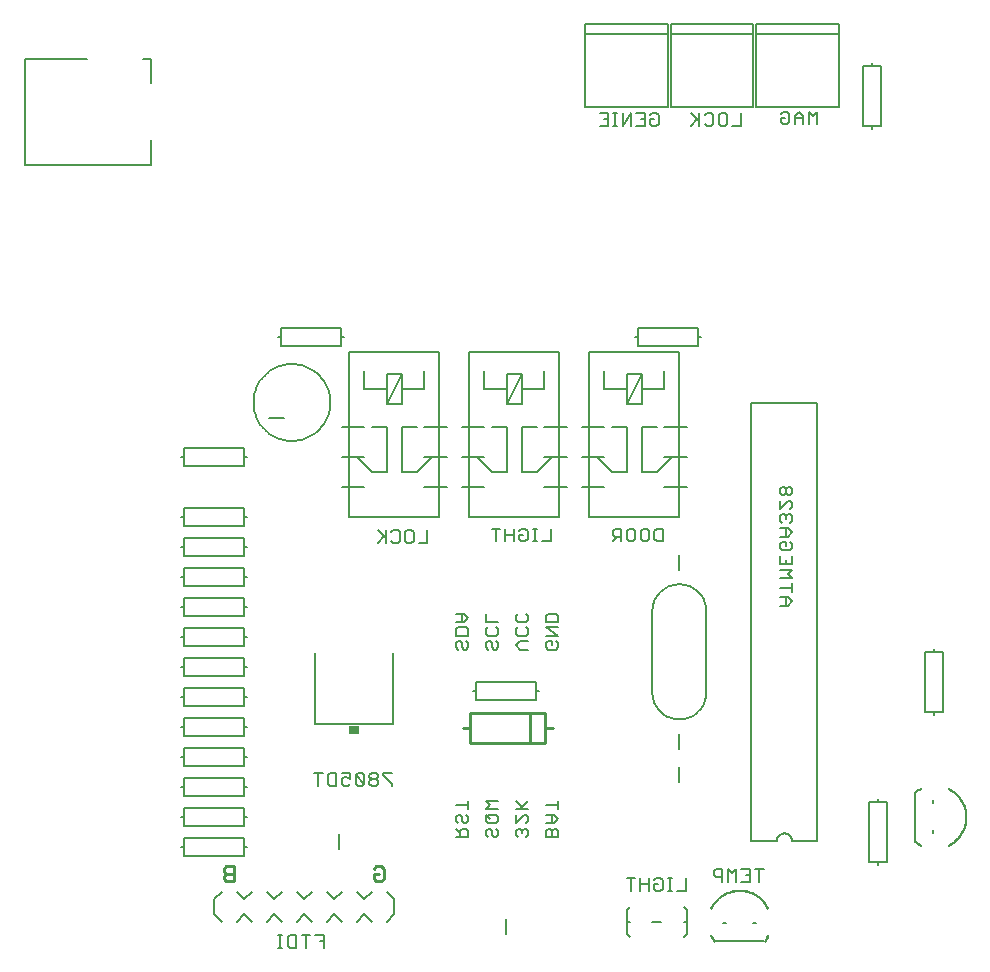
<source format=gbo>
G75*
G70*
%OFA0B0*%
%FSLAX24Y24*%
%IPPOS*%
%LPD*%
%AMOC8*
5,1,8,0,0,1.08239X$1,22.5*
%
%ADD10C,0.0080*%
%ADD11C,0.0060*%
%ADD12C,0.0090*%
%ADD13C,0.0050*%
%ADD14C,0.0010*%
%ADD15R,0.0340X0.0300*%
%ADD16C,0.0100*%
D10*
X007006Y004859D02*
X007006Y005159D01*
X006906Y005159D01*
X007006Y005159D02*
X007006Y005459D01*
X009006Y005459D01*
X009006Y005159D01*
X009106Y005159D01*
X009006Y005159D02*
X009006Y004859D01*
X007006Y004859D01*
X007006Y005859D02*
X009006Y005859D01*
X009006Y006159D01*
X009106Y006159D01*
X009006Y006159D02*
X009006Y006459D01*
X007006Y006459D01*
X007006Y006159D01*
X006906Y006159D01*
X007006Y006159D02*
X007006Y005859D01*
X007006Y006859D02*
X009006Y006859D01*
X009006Y007159D01*
X009106Y007159D01*
X009006Y007159D02*
X009006Y007459D01*
X007006Y007459D01*
X007006Y007159D01*
X006906Y007159D01*
X007006Y007159D02*
X007006Y006859D01*
X007006Y007859D02*
X009006Y007859D01*
X009006Y008159D01*
X009106Y008159D01*
X009006Y008159D02*
X009006Y008459D01*
X007006Y008459D01*
X007006Y008159D01*
X006906Y008159D01*
X007006Y008159D02*
X007006Y007859D01*
X007006Y008859D02*
X009006Y008859D01*
X009006Y009159D01*
X009106Y009159D01*
X009006Y009159D02*
X009006Y009459D01*
X007006Y009459D01*
X007006Y009159D01*
X006906Y009159D01*
X007006Y009159D02*
X007006Y008859D01*
X007006Y009859D02*
X009006Y009859D01*
X009006Y010159D01*
X009106Y010159D01*
X009006Y010159D02*
X009006Y010459D01*
X007006Y010459D01*
X007006Y010159D01*
X006906Y010159D01*
X007006Y010159D02*
X007006Y009859D01*
X007006Y010859D02*
X009006Y010859D01*
X009006Y011159D01*
X009106Y011159D01*
X009006Y011159D02*
X009006Y011459D01*
X007006Y011459D01*
X007006Y011159D01*
X006906Y011159D01*
X007006Y011159D02*
X007006Y010859D01*
X007006Y011859D02*
X009006Y011859D01*
X009006Y012159D01*
X009106Y012159D01*
X009006Y012159D02*
X009006Y012459D01*
X007006Y012459D01*
X007006Y012159D01*
X006906Y012159D01*
X007006Y012159D02*
X007006Y011859D01*
X007006Y012859D02*
X009006Y012859D01*
X009006Y013159D01*
X009106Y013159D01*
X009006Y013159D02*
X009006Y013459D01*
X007006Y013459D01*
X007006Y013159D01*
X006906Y013159D01*
X007006Y013159D02*
X007006Y012859D01*
X007006Y013859D02*
X009006Y013859D01*
X009006Y014159D01*
X009106Y014159D01*
X009006Y014159D02*
X009006Y014459D01*
X007006Y014459D01*
X007006Y014159D01*
X006906Y014159D01*
X007006Y014159D02*
X007006Y013859D01*
X007006Y014859D02*
X009006Y014859D01*
X009006Y015159D01*
X009106Y015159D01*
X009006Y015159D02*
X009006Y015459D01*
X007006Y015459D01*
X007006Y015159D01*
X006906Y015159D01*
X007006Y015159D02*
X007006Y014859D01*
X007006Y015859D02*
X009006Y015859D01*
X009006Y016159D01*
X009106Y016159D01*
X009006Y016159D02*
X009006Y016459D01*
X007006Y016459D01*
X007006Y016159D01*
X006906Y016159D01*
X007006Y016159D02*
X007006Y015859D01*
X007006Y017859D02*
X009006Y017859D01*
X009006Y018159D01*
X009106Y018159D01*
X009006Y018159D02*
X009006Y018459D01*
X007006Y018459D01*
X007006Y018159D01*
X006906Y018159D01*
X007006Y018159D02*
X007006Y017859D01*
X009842Y019470D02*
X010342Y019470D01*
X009312Y019970D02*
X009314Y020041D01*
X009320Y020112D01*
X009330Y020183D01*
X009344Y020252D01*
X009361Y020321D01*
X009383Y020389D01*
X009408Y020456D01*
X009437Y020521D01*
X009469Y020584D01*
X009505Y020646D01*
X009544Y020705D01*
X009587Y020762D01*
X009632Y020817D01*
X009681Y020869D01*
X009732Y020918D01*
X009786Y020964D01*
X009843Y021008D01*
X009901Y021048D01*
X009962Y021084D01*
X010025Y021118D01*
X010090Y021147D01*
X010156Y021173D01*
X010224Y021196D01*
X010292Y021214D01*
X010362Y021229D01*
X010432Y021240D01*
X010503Y021247D01*
X010574Y021250D01*
X010645Y021249D01*
X010716Y021244D01*
X010787Y021235D01*
X010857Y021222D01*
X010926Y021206D01*
X010994Y021185D01*
X011061Y021161D01*
X011127Y021133D01*
X011190Y021101D01*
X011252Y021066D01*
X011312Y021028D01*
X011370Y020986D01*
X011425Y020942D01*
X011478Y020894D01*
X011528Y020843D01*
X011575Y020790D01*
X011619Y020734D01*
X011660Y020676D01*
X011698Y020615D01*
X011732Y020553D01*
X011762Y020488D01*
X011789Y020423D01*
X011813Y020355D01*
X011832Y020287D01*
X011848Y020218D01*
X011860Y020147D01*
X011868Y020077D01*
X011872Y020006D01*
X011872Y019934D01*
X011868Y019863D01*
X011860Y019793D01*
X011848Y019722D01*
X011832Y019653D01*
X011813Y019585D01*
X011789Y019517D01*
X011762Y019452D01*
X011732Y019387D01*
X011698Y019325D01*
X011660Y019264D01*
X011619Y019206D01*
X011575Y019150D01*
X011528Y019097D01*
X011478Y019046D01*
X011425Y018998D01*
X011370Y018954D01*
X011312Y018912D01*
X011252Y018874D01*
X011190Y018839D01*
X011127Y018807D01*
X011061Y018779D01*
X010994Y018755D01*
X010926Y018734D01*
X010857Y018718D01*
X010787Y018705D01*
X010716Y018696D01*
X010645Y018691D01*
X010574Y018690D01*
X010503Y018693D01*
X010432Y018700D01*
X010362Y018711D01*
X010292Y018726D01*
X010224Y018744D01*
X010156Y018767D01*
X010090Y018793D01*
X010025Y018822D01*
X009962Y018856D01*
X009901Y018892D01*
X009843Y018932D01*
X009786Y018976D01*
X009732Y019022D01*
X009681Y019071D01*
X009632Y019123D01*
X009587Y019178D01*
X009544Y019235D01*
X009505Y019294D01*
X009469Y019356D01*
X009437Y019419D01*
X009408Y019484D01*
X009383Y019551D01*
X009361Y019619D01*
X009344Y019688D01*
X009330Y019757D01*
X009320Y019828D01*
X009314Y019899D01*
X009312Y019970D01*
X010218Y021859D02*
X010218Y022159D01*
X010118Y022159D01*
X010218Y022159D02*
X010218Y022459D01*
X012218Y022459D01*
X012218Y022159D01*
X012318Y022159D01*
X012218Y022159D02*
X012218Y021859D01*
X010218Y021859D01*
X005899Y027887D02*
X005899Y028714D01*
X005899Y027887D02*
X001687Y027887D01*
X001687Y031431D01*
X003773Y031431D01*
X005624Y031431D02*
X005899Y031431D01*
X005899Y030604D01*
X020367Y029820D02*
X020367Y032261D01*
X023123Y032261D01*
X023123Y032576D01*
X020367Y032576D01*
X020367Y032261D01*
X023123Y032261D02*
X023123Y029820D01*
X020367Y029820D01*
X020846Y029619D02*
X021126Y029619D01*
X021126Y029199D01*
X020846Y029199D01*
X020986Y029409D02*
X021126Y029409D01*
X021293Y029199D02*
X021433Y029199D01*
X021363Y029199D02*
X021363Y029619D01*
X021433Y029619D02*
X021293Y029619D01*
X021613Y029619D02*
X021613Y029199D01*
X021893Y029619D01*
X021893Y029199D01*
X022074Y029199D02*
X022354Y029199D01*
X022354Y029619D01*
X022074Y029619D01*
X022214Y029409D02*
X022354Y029409D01*
X022534Y029409D02*
X022674Y029409D01*
X022534Y029409D02*
X022534Y029269D01*
X022604Y029199D01*
X022744Y029199D01*
X022814Y029269D01*
X022814Y029549D01*
X022744Y029619D01*
X022604Y029619D01*
X022534Y029549D01*
X023217Y029820D02*
X023217Y032261D01*
X025973Y032261D01*
X025973Y032576D01*
X023217Y032576D01*
X023217Y032261D01*
X025973Y032261D02*
X025973Y029820D01*
X023217Y029820D01*
X023896Y029619D02*
X024176Y029339D01*
X024106Y029409D02*
X023896Y029199D01*
X024176Y029199D02*
X024176Y029619D01*
X024356Y029549D02*
X024426Y029619D01*
X024566Y029619D01*
X024636Y029549D01*
X024636Y029269D01*
X024566Y029199D01*
X024426Y029199D01*
X024356Y029269D01*
X024817Y029269D02*
X024817Y029549D01*
X024887Y029619D01*
X025027Y029619D01*
X025097Y029549D01*
X025097Y029269D01*
X025027Y029199D01*
X024887Y029199D01*
X024817Y029269D01*
X025277Y029199D02*
X025557Y029199D01*
X025557Y029619D01*
X026067Y029820D02*
X026067Y032261D01*
X028823Y032261D01*
X028823Y032576D01*
X026067Y032576D01*
X026067Y032261D01*
X028823Y032261D02*
X028823Y029820D01*
X026067Y029820D01*
X026896Y029599D02*
X026966Y029669D01*
X027106Y029669D01*
X027176Y029599D01*
X027176Y029319D01*
X027106Y029249D01*
X026966Y029249D01*
X026896Y029319D01*
X026896Y029459D01*
X027036Y029459D01*
X027356Y029459D02*
X027636Y029459D01*
X027636Y029529D02*
X027496Y029669D01*
X027356Y029529D01*
X027356Y029249D01*
X027636Y029249D02*
X027636Y029529D01*
X027817Y029669D02*
X027817Y029249D01*
X028097Y029249D02*
X028097Y029669D01*
X027957Y029529D01*
X027817Y029669D01*
X029631Y029202D02*
X029931Y029202D01*
X029931Y029102D01*
X029931Y029202D02*
X030231Y029202D01*
X030231Y031202D01*
X029931Y031202D01*
X029931Y031302D01*
X029931Y031202D02*
X029631Y031202D01*
X029631Y029202D01*
X024143Y022459D02*
X022143Y022459D01*
X022143Y022159D01*
X022043Y022159D01*
X022143Y022159D02*
X022143Y021859D01*
X024143Y021859D01*
X024143Y022159D01*
X024243Y022159D01*
X024143Y022159D02*
X024143Y022459D01*
X026916Y017162D02*
X026846Y017092D01*
X026846Y016952D01*
X026916Y016882D01*
X026986Y016882D01*
X027056Y016952D01*
X027056Y017092D01*
X026986Y017162D01*
X026916Y017162D01*
X027056Y017092D02*
X027126Y017162D01*
X027196Y017162D01*
X027266Y017092D01*
X027266Y016952D01*
X027196Y016882D01*
X027126Y016882D01*
X027056Y016952D01*
X027126Y016702D02*
X026846Y016422D01*
X026846Y016702D01*
X027126Y016702D02*
X027196Y016702D01*
X027266Y016632D01*
X027266Y016492D01*
X027196Y016422D01*
X027196Y016241D02*
X027126Y016241D01*
X027056Y016171D01*
X026986Y016241D01*
X026916Y016241D01*
X026846Y016171D01*
X026846Y016031D01*
X026916Y015961D01*
X026846Y015781D02*
X027126Y015781D01*
X027266Y015641D01*
X027126Y015501D01*
X026846Y015501D01*
X026916Y015321D02*
X027056Y015321D01*
X027056Y015181D01*
X027196Y015321D02*
X027266Y015251D01*
X027266Y015111D01*
X027196Y015040D01*
X026916Y015040D01*
X026846Y015111D01*
X026846Y015251D01*
X026916Y015321D01*
X027056Y015501D02*
X027056Y015781D01*
X027196Y015961D02*
X027266Y016031D01*
X027266Y016171D01*
X027196Y016241D01*
X027056Y016171D02*
X027056Y016101D01*
X027266Y014860D02*
X027266Y014580D01*
X026846Y014580D01*
X026846Y014860D01*
X027056Y014720D02*
X027056Y014580D01*
X027266Y014400D02*
X026846Y014400D01*
X026846Y014120D02*
X027266Y014120D01*
X027126Y014260D01*
X027266Y014400D01*
X027266Y013940D02*
X027266Y013659D01*
X027266Y013800D02*
X026846Y013800D01*
X026846Y013479D02*
X027126Y013479D01*
X027266Y013339D01*
X027126Y013199D01*
X026846Y013199D01*
X027056Y013199D02*
X027056Y013479D01*
X024406Y013009D02*
X024406Y010309D01*
X024404Y010250D01*
X024398Y010192D01*
X024389Y010133D01*
X024375Y010076D01*
X024358Y010020D01*
X024337Y009965D01*
X024313Y009911D01*
X024285Y009859D01*
X024254Y009809D01*
X024220Y009761D01*
X024183Y009716D01*
X024142Y009673D01*
X024099Y009632D01*
X024054Y009595D01*
X024006Y009561D01*
X023956Y009530D01*
X023904Y009502D01*
X023850Y009478D01*
X023795Y009457D01*
X023739Y009440D01*
X023682Y009426D01*
X023623Y009417D01*
X023565Y009411D01*
X023506Y009409D01*
X023447Y009411D01*
X023389Y009417D01*
X023330Y009426D01*
X023273Y009440D01*
X023217Y009457D01*
X023162Y009478D01*
X023108Y009502D01*
X023056Y009530D01*
X023006Y009561D01*
X022958Y009595D01*
X022913Y009632D01*
X022870Y009673D01*
X022829Y009716D01*
X022792Y009761D01*
X022758Y009809D01*
X022727Y009859D01*
X022699Y009911D01*
X022675Y009965D01*
X022654Y010020D01*
X022637Y010076D01*
X022623Y010133D01*
X022614Y010192D01*
X022608Y010250D01*
X022606Y010309D01*
X022606Y013009D01*
X022608Y013068D01*
X022614Y013126D01*
X022623Y013185D01*
X022637Y013242D01*
X022654Y013298D01*
X022675Y013353D01*
X022699Y013407D01*
X022727Y013459D01*
X022758Y013509D01*
X022792Y013557D01*
X022829Y013602D01*
X022870Y013645D01*
X022913Y013686D01*
X022958Y013723D01*
X023006Y013757D01*
X023056Y013788D01*
X023108Y013816D01*
X023162Y013840D01*
X023217Y013861D01*
X023273Y013878D01*
X023330Y013892D01*
X023389Y013901D01*
X023447Y013907D01*
X023506Y013909D01*
X023565Y013907D01*
X023623Y013901D01*
X023682Y013892D01*
X023739Y013878D01*
X023795Y013861D01*
X023850Y013840D01*
X023904Y013816D01*
X023956Y013788D01*
X024006Y013757D01*
X024054Y013723D01*
X024099Y013686D01*
X024142Y013645D01*
X024183Y013602D01*
X024220Y013557D01*
X024254Y013509D01*
X024285Y013459D01*
X024313Y013407D01*
X024337Y013353D01*
X024358Y013298D01*
X024375Y013242D01*
X024389Y013185D01*
X024398Y013126D01*
X024404Y013068D01*
X024406Y013009D01*
X023506Y014381D02*
X023506Y014881D01*
X022957Y015349D02*
X022747Y015349D01*
X022677Y015419D01*
X022677Y015699D01*
X022747Y015769D01*
X022957Y015769D01*
X022957Y015349D01*
X022497Y015419D02*
X022427Y015349D01*
X022287Y015349D01*
X022217Y015419D01*
X022217Y015699D01*
X022287Y015769D01*
X022427Y015769D01*
X022497Y015699D01*
X022497Y015419D01*
X022036Y015419D02*
X021966Y015349D01*
X021826Y015349D01*
X021756Y015419D01*
X021756Y015699D01*
X021826Y015769D01*
X021966Y015769D01*
X022036Y015699D01*
X022036Y015419D01*
X021576Y015349D02*
X021576Y015769D01*
X021366Y015769D01*
X021296Y015699D01*
X021296Y015559D01*
X021366Y015489D01*
X021576Y015489D01*
X021436Y015489D02*
X021296Y015349D01*
X019214Y015349D02*
X018934Y015349D01*
X018754Y015349D02*
X018614Y015349D01*
X018684Y015349D02*
X018684Y015769D01*
X018754Y015769D02*
X018614Y015769D01*
X018447Y015699D02*
X018377Y015769D01*
X018237Y015769D01*
X018167Y015699D01*
X018167Y015559D02*
X018307Y015559D01*
X018167Y015559D02*
X018167Y015419D01*
X018237Y015349D01*
X018377Y015349D01*
X018447Y015419D01*
X018447Y015699D01*
X017987Y015769D02*
X017987Y015349D01*
X017987Y015559D02*
X017706Y015559D01*
X017706Y015769D02*
X017706Y015349D01*
X017386Y015349D02*
X017386Y015769D01*
X017526Y015769D02*
X017246Y015769D01*
X015107Y015719D02*
X015107Y015299D01*
X014827Y015299D01*
X014647Y015369D02*
X014577Y015299D01*
X014437Y015299D01*
X014367Y015369D01*
X014367Y015649D01*
X014437Y015719D01*
X014577Y015719D01*
X014647Y015649D01*
X014647Y015369D01*
X014186Y015369D02*
X014186Y015649D01*
X014116Y015719D01*
X013976Y015719D01*
X013906Y015649D01*
X013726Y015719D02*
X013726Y015299D01*
X013726Y015439D02*
X013446Y015719D01*
X013656Y015509D02*
X013446Y015299D01*
X013906Y015369D02*
X013976Y015299D01*
X014116Y015299D01*
X014186Y015369D01*
X016046Y012937D02*
X016326Y012937D01*
X016466Y012797D01*
X016326Y012657D01*
X016046Y012657D01*
X016116Y012477D02*
X016396Y012477D01*
X016466Y012407D01*
X016466Y012197D01*
X016046Y012197D01*
X016046Y012407D01*
X016116Y012477D01*
X016256Y012657D02*
X016256Y012937D01*
X017046Y012937D02*
X017046Y012657D01*
X017466Y012657D01*
X017396Y012477D02*
X017466Y012407D01*
X017466Y012267D01*
X017396Y012197D01*
X017116Y012197D01*
X017046Y012267D01*
X017046Y012407D01*
X017116Y012477D01*
X017116Y012017D02*
X017046Y011947D01*
X017046Y011806D01*
X017116Y011736D01*
X017256Y011806D02*
X017256Y011947D01*
X017186Y012017D01*
X017116Y012017D01*
X017256Y011806D02*
X017326Y011736D01*
X017396Y011736D01*
X017466Y011806D01*
X017466Y011947D01*
X017396Y012017D01*
X018046Y011877D02*
X018186Y012017D01*
X018466Y012017D01*
X018396Y012197D02*
X018116Y012197D01*
X018046Y012267D01*
X018046Y012407D01*
X018116Y012477D01*
X018116Y012657D02*
X018046Y012727D01*
X018046Y012867D01*
X018116Y012937D01*
X018116Y012657D02*
X018396Y012657D01*
X018466Y012727D01*
X018466Y012867D01*
X018396Y012937D01*
X018396Y012477D02*
X018466Y012407D01*
X018466Y012267D01*
X018396Y012197D01*
X018466Y011736D02*
X018186Y011736D01*
X018046Y011877D01*
X019046Y011947D02*
X019116Y012017D01*
X019256Y012017D01*
X019256Y011877D01*
X019396Y012017D02*
X019466Y011947D01*
X019466Y011806D01*
X019396Y011736D01*
X019116Y011736D01*
X019046Y011806D01*
X019046Y011947D01*
X019046Y012197D02*
X019466Y012197D01*
X019046Y012477D01*
X019466Y012477D01*
X019466Y012657D02*
X019466Y012867D01*
X019396Y012937D01*
X019116Y012937D01*
X019046Y012867D01*
X019046Y012657D01*
X019466Y012657D01*
X018743Y010663D02*
X016743Y010663D01*
X016743Y010363D01*
X016643Y010363D01*
X016743Y010363D02*
X016743Y010063D01*
X018743Y010063D01*
X018743Y010363D01*
X018843Y010363D01*
X018743Y010363D02*
X018743Y010663D01*
X016466Y011806D02*
X016396Y011736D01*
X016326Y011736D01*
X016256Y011806D01*
X016256Y011947D01*
X016186Y012017D01*
X016116Y012017D01*
X016046Y011947D01*
X016046Y011806D01*
X016116Y011736D01*
X016466Y011806D02*
X016466Y011947D01*
X016396Y012017D01*
X013946Y011619D02*
X013946Y009259D01*
X011366Y009259D01*
X011366Y011619D01*
X011334Y007619D02*
X011614Y007619D01*
X011474Y007619D02*
X011474Y007199D01*
X011794Y007269D02*
X011794Y007549D01*
X011864Y007619D01*
X012074Y007619D01*
X012074Y007199D01*
X011864Y007199D01*
X011794Y007269D01*
X012254Y007269D02*
X012254Y007409D01*
X012324Y007479D01*
X012394Y007479D01*
X012535Y007409D01*
X012535Y007619D01*
X012254Y007619D01*
X012254Y007269D02*
X012324Y007199D01*
X012465Y007199D01*
X012535Y007269D01*
X012715Y007269D02*
X012785Y007199D01*
X012925Y007199D01*
X012995Y007269D01*
X012715Y007549D01*
X012715Y007269D01*
X012995Y007269D02*
X012995Y007549D01*
X012925Y007619D01*
X012785Y007619D01*
X012715Y007549D01*
X013175Y007549D02*
X013175Y007479D01*
X013245Y007409D01*
X013385Y007409D01*
X013455Y007479D01*
X013455Y007549D01*
X013385Y007619D01*
X013245Y007619D01*
X013175Y007549D01*
X013245Y007409D02*
X013175Y007339D01*
X013175Y007269D01*
X013245Y007199D01*
X013385Y007199D01*
X013455Y007269D01*
X013455Y007339D01*
X013385Y007409D01*
X013635Y007549D02*
X013916Y007269D01*
X013916Y007199D01*
X013916Y007619D02*
X013635Y007619D01*
X013635Y007549D01*
X012177Y005594D02*
X012177Y005094D01*
X012256Y003659D02*
X012006Y003409D01*
X011756Y003659D01*
X011256Y003659D02*
X011006Y003409D01*
X010756Y003659D01*
X010256Y003659D02*
X010006Y003409D01*
X009756Y003659D01*
X009256Y003659D02*
X009006Y003409D01*
X008756Y003659D01*
X008256Y003659D02*
X008006Y003409D01*
X008006Y002909D01*
X008256Y002659D01*
X008756Y002659D02*
X009006Y002909D01*
X009256Y002659D01*
X009756Y002659D02*
X010006Y002909D01*
X010256Y002659D01*
X010273Y002219D02*
X010133Y002219D01*
X010203Y002219D02*
X010203Y001799D01*
X010273Y001799D02*
X010133Y001799D01*
X010453Y001869D02*
X010453Y002149D01*
X010523Y002219D01*
X010733Y002219D01*
X010733Y001799D01*
X010523Y001799D01*
X010453Y001869D01*
X010913Y002219D02*
X011193Y002219D01*
X011053Y002219D02*
X011053Y001799D01*
X011514Y002009D02*
X011654Y002009D01*
X011654Y001799D02*
X011654Y002219D01*
X011374Y002219D01*
X011256Y002659D02*
X011006Y002909D01*
X010756Y002659D01*
X011756Y002659D02*
X012006Y002909D01*
X012256Y002659D01*
X012756Y002659D02*
X013006Y002909D01*
X013256Y002659D01*
X013756Y002659D02*
X014006Y002909D01*
X014006Y003409D01*
X013756Y003659D01*
X013256Y003659D02*
X013006Y003409D01*
X012756Y003659D01*
X016046Y005486D02*
X016466Y005486D01*
X016466Y005697D01*
X016396Y005767D01*
X016256Y005767D01*
X016186Y005697D01*
X016186Y005486D01*
X016186Y005627D02*
X016046Y005767D01*
X016116Y005947D02*
X016046Y006017D01*
X016046Y006157D01*
X016116Y006227D01*
X016186Y006227D01*
X016256Y006157D01*
X016256Y006017D01*
X016326Y005947D01*
X016396Y005947D01*
X016466Y006017D01*
X016466Y006157D01*
X016396Y006227D01*
X016466Y006407D02*
X016466Y006687D01*
X016466Y006547D02*
X016046Y006547D01*
X017046Y006407D02*
X017186Y006547D01*
X017046Y006687D01*
X017466Y006687D01*
X017466Y006407D02*
X017046Y006407D01*
X017046Y006227D02*
X017186Y006087D01*
X017116Y006227D02*
X017046Y006157D01*
X017046Y006017D01*
X017116Y005947D01*
X017396Y005947D01*
X017466Y006017D01*
X017466Y006157D01*
X017396Y006227D01*
X017116Y006227D01*
X017116Y005767D02*
X017046Y005697D01*
X017046Y005556D01*
X017116Y005486D01*
X017256Y005556D02*
X017256Y005697D01*
X017186Y005767D01*
X017116Y005767D01*
X017256Y005556D02*
X017326Y005486D01*
X017396Y005486D01*
X017466Y005556D01*
X017466Y005697D01*
X017396Y005767D01*
X018046Y005697D02*
X018046Y005556D01*
X018116Y005486D01*
X018256Y005627D02*
X018256Y005697D01*
X018186Y005767D01*
X018116Y005767D01*
X018046Y005697D01*
X018256Y005697D02*
X018326Y005767D01*
X018396Y005767D01*
X018466Y005697D01*
X018466Y005556D01*
X018396Y005486D01*
X018396Y005947D02*
X018466Y006017D01*
X018466Y006157D01*
X018396Y006227D01*
X018326Y006227D01*
X018046Y005947D01*
X018046Y006227D01*
X018046Y006407D02*
X018466Y006407D01*
X018256Y006477D02*
X018046Y006687D01*
X018186Y006407D02*
X018466Y006687D01*
X019046Y006547D02*
X019466Y006547D01*
X019466Y006407D02*
X019466Y006687D01*
X019326Y006227D02*
X019046Y006227D01*
X019256Y006227D02*
X019256Y005947D01*
X019326Y005947D02*
X019466Y006087D01*
X019326Y006227D01*
X019326Y005947D02*
X019046Y005947D01*
X019116Y005767D02*
X019046Y005697D01*
X019046Y005486D01*
X019466Y005486D01*
X019466Y005697D01*
X019396Y005767D01*
X019326Y005767D01*
X019256Y005697D01*
X019256Y005486D01*
X019256Y005697D02*
X019186Y005767D01*
X019116Y005767D01*
X021746Y004119D02*
X022026Y004119D01*
X021886Y004119D02*
X021886Y003699D01*
X022206Y003699D02*
X022206Y004119D01*
X022206Y003909D02*
X022487Y003909D01*
X022667Y003909D02*
X022807Y003909D01*
X022667Y003909D02*
X022667Y003769D01*
X022737Y003699D01*
X022877Y003699D01*
X022947Y003769D01*
X022947Y004049D01*
X022877Y004119D01*
X022737Y004119D01*
X022667Y004049D01*
X022487Y004119D02*
X022487Y003699D01*
X023114Y003699D02*
X023254Y003699D01*
X023184Y003699D02*
X023184Y004119D01*
X023254Y004119D02*
X023114Y004119D01*
X023434Y003699D02*
X023714Y003699D01*
X023714Y004119D01*
X024654Y004209D02*
X024724Y004139D01*
X024935Y004139D01*
X024935Y003999D02*
X024935Y004419D01*
X024724Y004419D01*
X024654Y004349D01*
X024654Y004209D01*
X025115Y004419D02*
X025115Y003999D01*
X025395Y003999D02*
X025395Y004419D01*
X025255Y004279D01*
X025115Y004419D01*
X025575Y004419D02*
X025855Y004419D01*
X025855Y003999D01*
X025575Y003999D01*
X025715Y004209D02*
X025855Y004209D01*
X026035Y004419D02*
X026316Y004419D01*
X026176Y004419D02*
X026176Y003999D01*
X023756Y003049D02*
X023756Y002659D01*
X023756Y002269D01*
X023646Y002159D01*
X023656Y002659D02*
X023756Y002659D01*
X023756Y003049D02*
X023646Y003159D01*
X022906Y002659D02*
X022606Y002659D01*
X021856Y002659D02*
X021756Y002659D01*
X021756Y003049D01*
X021866Y003159D01*
X021756Y002659D02*
X021756Y002269D01*
X021866Y002159D01*
X017723Y002262D02*
X017723Y002762D01*
X023487Y007309D02*
X023487Y007809D01*
X023506Y008410D02*
X023506Y008910D01*
X029812Y006659D02*
X029812Y004659D01*
X030112Y004659D01*
X030112Y004559D01*
X030112Y004659D02*
X030412Y004659D01*
X030412Y006659D01*
X030112Y006659D01*
X030112Y006759D01*
X030112Y006659D02*
X029812Y006659D01*
X031706Y009659D02*
X032006Y009659D01*
X032006Y009559D01*
X032006Y009659D02*
X032306Y009659D01*
X032306Y011659D01*
X032006Y011659D01*
X032006Y011759D01*
X032006Y011659D02*
X031706Y011659D01*
X031706Y009659D01*
X019214Y015349D02*
X019214Y015769D01*
D11*
X019506Y016159D02*
X016506Y016159D01*
X016506Y021659D01*
X019506Y021659D01*
X019506Y016159D01*
X020506Y016159D02*
X020506Y021659D01*
X023506Y021659D01*
X023506Y016159D01*
X020506Y016159D01*
X020256Y017159D02*
X021006Y017159D01*
X021256Y017659D02*
X020756Y018159D01*
X021006Y018159D02*
X020256Y018159D01*
X019756Y018159D02*
X019006Y018159D01*
X019256Y018159D02*
X018756Y017659D01*
X018256Y017659D01*
X018256Y019159D01*
X018756Y019159D01*
X019006Y019159D02*
X019756Y019159D01*
X020256Y019159D02*
X021006Y019159D01*
X021256Y019159D02*
X021756Y019159D01*
X021756Y017659D01*
X021256Y017659D01*
X022256Y017659D02*
X022756Y017659D01*
X023256Y018159D01*
X023006Y018159D02*
X023756Y018159D01*
X023756Y017159D02*
X023006Y017159D01*
X022256Y017659D02*
X022256Y019159D01*
X022756Y019159D01*
X023006Y019159D02*
X023756Y019159D01*
X023006Y020409D02*
X023006Y021009D01*
X023006Y020409D02*
X022256Y020409D01*
X022256Y019909D01*
X021756Y019909D01*
X022256Y020909D01*
X022256Y020409D01*
X021756Y020409D02*
X021756Y019909D01*
X021756Y020409D02*
X021006Y020409D01*
X021006Y021009D01*
X021756Y020909D02*
X022256Y020909D01*
X021756Y020909D02*
X021756Y020409D01*
X019006Y020409D02*
X019006Y021009D01*
X019006Y020409D02*
X018256Y020409D01*
X018256Y019909D01*
X017756Y019909D01*
X018256Y020909D01*
X018256Y020409D01*
X017756Y020409D02*
X017756Y019909D01*
X017756Y020409D02*
X017006Y020409D01*
X017006Y021009D01*
X017756Y020909D02*
X018256Y020909D01*
X017756Y020909D02*
X017756Y020409D01*
X017756Y019159D02*
X017256Y019159D01*
X017006Y019159D02*
X016256Y019159D01*
X015756Y019159D02*
X015006Y019159D01*
X014756Y019159D02*
X014256Y019159D01*
X014256Y017659D01*
X014756Y017659D01*
X015256Y018159D01*
X015006Y018159D02*
X015756Y018159D01*
X016256Y018159D02*
X017006Y018159D01*
X016756Y018159D02*
X017256Y017659D01*
X017756Y017659D01*
X017756Y019159D01*
X017006Y017159D02*
X016256Y017159D01*
X015756Y017159D02*
X015006Y017159D01*
X013756Y017659D02*
X013256Y017659D01*
X012756Y018159D01*
X013006Y018159D02*
X012256Y018159D01*
X012256Y017159D02*
X013006Y017159D01*
X013756Y017659D02*
X013756Y019159D01*
X013256Y019159D01*
X013006Y019159D02*
X012256Y019159D01*
X013006Y020409D02*
X013756Y020409D01*
X013756Y019909D01*
X014256Y020909D01*
X014256Y020409D01*
X014256Y019909D01*
X013756Y019909D01*
X013756Y020409D02*
X013756Y020909D01*
X014256Y020909D01*
X015006Y021009D02*
X015006Y020409D01*
X014256Y020409D01*
X013006Y020409D02*
X013006Y021009D01*
X012506Y021659D02*
X015506Y021659D01*
X015506Y016159D01*
X012506Y016159D01*
X012506Y021659D01*
X019006Y017159D02*
X019756Y017159D01*
X025906Y019959D02*
X028106Y019959D01*
X028106Y005359D01*
X027256Y005359D01*
X027254Y005389D01*
X027249Y005419D01*
X027240Y005448D01*
X027227Y005475D01*
X027212Y005501D01*
X027193Y005525D01*
X027172Y005546D01*
X027148Y005565D01*
X027122Y005580D01*
X027095Y005593D01*
X027066Y005602D01*
X027036Y005607D01*
X027006Y005609D01*
X026976Y005607D01*
X026946Y005602D01*
X026917Y005593D01*
X026890Y005580D01*
X026864Y005565D01*
X026840Y005546D01*
X026819Y005525D01*
X026800Y005501D01*
X026785Y005475D01*
X026772Y005448D01*
X026763Y005419D01*
X026758Y005389D01*
X026756Y005359D01*
X025906Y005359D01*
X025906Y019959D01*
D12*
X013576Y004514D02*
X013661Y004429D01*
X013661Y004089D01*
X013576Y004004D01*
X013405Y004004D01*
X013320Y004089D01*
X013320Y004259D01*
X013491Y004259D01*
X013320Y004429D02*
X013405Y004514D01*
X013576Y004514D01*
X008661Y004514D02*
X008661Y004004D01*
X008405Y004004D01*
X008320Y004089D01*
X008320Y004174D01*
X008405Y004259D01*
X008661Y004259D01*
X008661Y004514D02*
X008405Y004514D01*
X008320Y004429D01*
X008320Y004344D01*
X008405Y004259D01*
D13*
X024681Y002009D02*
X026330Y002009D01*
X026058Y002609D02*
X025953Y002609D01*
X025058Y002609D02*
X024953Y002609D01*
X031356Y005334D02*
X031356Y006984D01*
X031956Y006712D02*
X031956Y006606D01*
X031956Y005712D02*
X031956Y005606D01*
D14*
X031348Y005316D02*
X031373Y005348D01*
X031372Y005347D02*
X031417Y005314D01*
X031464Y005283D01*
X031513Y005255D01*
X031563Y005229D01*
X031546Y005194D01*
X031546Y005193D01*
X031494Y005220D01*
X031443Y005249D01*
X031394Y005281D01*
X031348Y005316D01*
X031353Y005323D01*
X031400Y005288D01*
X031448Y005257D01*
X031498Y005228D01*
X031550Y005201D01*
X031553Y005209D01*
X031502Y005235D01*
X031453Y005264D01*
X031405Y005296D01*
X031359Y005330D01*
X031364Y005337D01*
X031410Y005303D01*
X031457Y005272D01*
X031507Y005243D01*
X031557Y005217D01*
X031561Y005226D01*
X031511Y005251D01*
X031462Y005280D01*
X031415Y005310D01*
X031370Y005344D01*
X032466Y005194D02*
X032449Y005230D01*
X032449Y005229D02*
X032505Y005258D01*
X032559Y005290D01*
X032611Y005325D01*
X032660Y005363D01*
X032707Y005405D01*
X032752Y005449D01*
X032794Y005496D01*
X032833Y005545D01*
X032869Y005596D01*
X032901Y005650D01*
X032931Y005705D01*
X032956Y005762D01*
X032979Y005821D01*
X032998Y005880D01*
X033013Y005941D01*
X033024Y006003D01*
X033032Y006065D01*
X033036Y006128D01*
X033036Y006190D01*
X033032Y006253D01*
X033024Y006315D01*
X033013Y006377D01*
X032998Y006438D01*
X032979Y006497D01*
X032956Y006556D01*
X032931Y006613D01*
X032901Y006668D01*
X032869Y006722D01*
X032833Y006773D01*
X032794Y006822D01*
X032752Y006869D01*
X032707Y006913D01*
X032660Y006955D01*
X032611Y006993D01*
X032559Y007028D01*
X032505Y007060D01*
X032449Y007089D01*
X032466Y007124D01*
X032466Y007125D01*
X032524Y007095D01*
X032580Y007062D01*
X032634Y007025D01*
X032686Y006986D01*
X032735Y006943D01*
X032781Y006897D01*
X032824Y006848D01*
X032865Y006797D01*
X032902Y006744D01*
X032936Y006688D01*
X032966Y006631D01*
X032993Y006571D01*
X033017Y006511D01*
X033036Y006448D01*
X033052Y006385D01*
X033064Y006321D01*
X033072Y006257D01*
X033076Y006192D01*
X033076Y006126D01*
X033072Y006061D01*
X033064Y005997D01*
X033052Y005933D01*
X033036Y005870D01*
X033017Y005807D01*
X032993Y005747D01*
X032966Y005687D01*
X032936Y005630D01*
X032902Y005574D01*
X032865Y005521D01*
X032824Y005470D01*
X032781Y005421D01*
X032735Y005375D01*
X032686Y005332D01*
X032634Y005293D01*
X032580Y005256D01*
X032524Y005223D01*
X032466Y005193D01*
X032462Y005201D01*
X032520Y005231D01*
X032575Y005264D01*
X032629Y005300D01*
X032680Y005339D01*
X032728Y005382D01*
X032774Y005427D01*
X032817Y005475D01*
X032858Y005526D01*
X032894Y005579D01*
X032928Y005634D01*
X032958Y005691D01*
X032985Y005750D01*
X033008Y005810D01*
X033027Y005872D01*
X033043Y005935D01*
X033055Y005998D01*
X033063Y006062D01*
X033067Y006127D01*
X033067Y006191D01*
X033063Y006256D01*
X033055Y006320D01*
X033043Y006383D01*
X033027Y006446D01*
X033008Y006508D01*
X032985Y006568D01*
X032958Y006627D01*
X032928Y006684D01*
X032894Y006739D01*
X032858Y006792D01*
X032817Y006843D01*
X032774Y006891D01*
X032728Y006936D01*
X032680Y006979D01*
X032629Y007018D01*
X032575Y007054D01*
X032520Y007087D01*
X032462Y007117D01*
X032459Y007109D01*
X032516Y007079D01*
X032571Y007047D01*
X032624Y007011D01*
X032674Y006972D01*
X032722Y006929D01*
X032768Y006884D01*
X032811Y006837D01*
X032850Y006787D01*
X032887Y006734D01*
X032920Y006679D01*
X032950Y006623D01*
X032977Y006564D01*
X033000Y006505D01*
X033019Y006444D01*
X033034Y006381D01*
X033046Y006318D01*
X033054Y006255D01*
X033058Y006191D01*
X033058Y006127D01*
X033054Y006063D01*
X033046Y006000D01*
X033034Y005937D01*
X033019Y005874D01*
X033000Y005813D01*
X032977Y005754D01*
X032950Y005695D01*
X032920Y005639D01*
X032887Y005584D01*
X032850Y005531D01*
X032811Y005481D01*
X032768Y005434D01*
X032722Y005389D01*
X032674Y005346D01*
X032624Y005307D01*
X032571Y005271D01*
X032516Y005239D01*
X032459Y005209D01*
X032455Y005217D01*
X032511Y005247D01*
X032566Y005279D01*
X032618Y005315D01*
X032668Y005353D01*
X032716Y005395D01*
X032761Y005440D01*
X032804Y005487D01*
X032843Y005537D01*
X032879Y005589D01*
X032912Y005643D01*
X032942Y005699D01*
X032968Y005757D01*
X032991Y005816D01*
X033010Y005877D01*
X033025Y005938D01*
X033037Y006001D01*
X033045Y006064D01*
X033049Y006127D01*
X033049Y006191D01*
X033045Y006254D01*
X033037Y006317D01*
X033025Y006380D01*
X033010Y006441D01*
X032991Y006502D01*
X032968Y006561D01*
X032942Y006619D01*
X032912Y006675D01*
X032879Y006729D01*
X032843Y006781D01*
X032804Y006831D01*
X032761Y006878D01*
X032716Y006923D01*
X032668Y006965D01*
X032618Y007003D01*
X032566Y007039D01*
X032511Y007071D01*
X032455Y007101D01*
X032451Y007092D01*
X032507Y007064D01*
X032561Y007031D01*
X032613Y006996D01*
X032663Y006958D01*
X032710Y006916D01*
X032755Y006872D01*
X032797Y006825D01*
X032836Y006776D01*
X032872Y006724D01*
X032905Y006670D01*
X032934Y006615D01*
X032960Y006557D01*
X032983Y006499D01*
X033001Y006439D01*
X033017Y006378D01*
X033028Y006316D01*
X033036Y006253D01*
X033040Y006190D01*
X033040Y006128D01*
X033036Y006065D01*
X033028Y006002D01*
X033017Y005940D01*
X033001Y005879D01*
X032983Y005819D01*
X032960Y005761D01*
X032934Y005703D01*
X032905Y005648D01*
X032872Y005594D01*
X032836Y005542D01*
X032797Y005493D01*
X032755Y005446D01*
X032710Y005402D01*
X032663Y005360D01*
X032613Y005322D01*
X032561Y005287D01*
X032507Y005254D01*
X032451Y005226D01*
X031556Y007129D02*
X031573Y007093D01*
X031572Y007093D02*
X031520Y007067D01*
X031469Y007038D01*
X031420Y007006D01*
X031372Y006971D01*
X031348Y007002D01*
X031397Y007039D01*
X031448Y007072D01*
X031501Y007102D01*
X031555Y007129D01*
X031559Y007121D01*
X031505Y007094D01*
X031453Y007064D01*
X031402Y007031D01*
X031353Y006995D01*
X031359Y006988D01*
X031407Y007024D01*
X031457Y007057D01*
X031509Y007086D01*
X031563Y007113D01*
X031567Y007105D01*
X031513Y007078D01*
X031462Y007049D01*
X031412Y007016D01*
X031364Y006981D01*
X031370Y006974D01*
X031417Y007009D01*
X031467Y007041D01*
X031518Y007070D01*
X031570Y007097D01*
X026349Y002001D02*
X026317Y002026D01*
X026318Y002025D02*
X026351Y002070D01*
X026382Y002117D01*
X026410Y002166D01*
X026436Y002216D01*
X026471Y002199D01*
X026472Y002199D01*
X026445Y002147D01*
X026416Y002096D01*
X026384Y002047D01*
X026349Y002001D01*
X026342Y002006D01*
X026377Y002053D01*
X026408Y002101D01*
X026437Y002151D01*
X026464Y002203D01*
X026456Y002206D01*
X026430Y002155D01*
X026401Y002106D01*
X026369Y002058D01*
X026335Y002012D01*
X026328Y002017D01*
X026362Y002063D01*
X026393Y002110D01*
X026422Y002160D01*
X026448Y002210D01*
X026439Y002214D01*
X026414Y002164D01*
X026385Y002115D01*
X026355Y002068D01*
X026321Y002023D01*
X026471Y003119D02*
X026435Y003102D01*
X026436Y003102D02*
X026407Y003158D01*
X026375Y003212D01*
X026340Y003264D01*
X026302Y003313D01*
X026260Y003360D01*
X026216Y003405D01*
X026169Y003447D01*
X026120Y003486D01*
X026069Y003522D01*
X026015Y003554D01*
X025960Y003584D01*
X025903Y003609D01*
X025844Y003632D01*
X025785Y003651D01*
X025724Y003666D01*
X025662Y003677D01*
X025600Y003685D01*
X025537Y003689D01*
X025475Y003689D01*
X025412Y003685D01*
X025350Y003677D01*
X025288Y003666D01*
X025227Y003651D01*
X025168Y003632D01*
X025109Y003609D01*
X025052Y003584D01*
X024997Y003554D01*
X024943Y003522D01*
X024892Y003486D01*
X024843Y003447D01*
X024796Y003405D01*
X024752Y003360D01*
X024710Y003313D01*
X024672Y003264D01*
X024637Y003212D01*
X024605Y003158D01*
X024576Y003102D01*
X024541Y003119D01*
X024540Y003119D01*
X024570Y003177D01*
X024603Y003233D01*
X024640Y003287D01*
X024679Y003339D01*
X024722Y003388D01*
X024768Y003434D01*
X024817Y003477D01*
X024868Y003518D01*
X024921Y003555D01*
X024977Y003589D01*
X025034Y003619D01*
X025094Y003646D01*
X025154Y003670D01*
X025217Y003689D01*
X025280Y003705D01*
X025344Y003717D01*
X025408Y003725D01*
X025473Y003729D01*
X025539Y003729D01*
X025604Y003725D01*
X025668Y003717D01*
X025732Y003705D01*
X025795Y003689D01*
X025858Y003670D01*
X025918Y003646D01*
X025978Y003619D01*
X026035Y003589D01*
X026091Y003555D01*
X026144Y003518D01*
X026195Y003477D01*
X026244Y003434D01*
X026290Y003388D01*
X026333Y003339D01*
X026372Y003287D01*
X026409Y003233D01*
X026442Y003177D01*
X026472Y003119D01*
X026464Y003115D01*
X026434Y003173D01*
X026401Y003228D01*
X026365Y003282D01*
X026326Y003333D01*
X026283Y003381D01*
X026238Y003427D01*
X026190Y003470D01*
X026139Y003511D01*
X026086Y003547D01*
X026031Y003581D01*
X025974Y003611D01*
X025915Y003638D01*
X025855Y003661D01*
X025793Y003680D01*
X025730Y003696D01*
X025667Y003708D01*
X025603Y003716D01*
X025538Y003720D01*
X025474Y003720D01*
X025409Y003716D01*
X025345Y003708D01*
X025282Y003696D01*
X025219Y003680D01*
X025157Y003661D01*
X025097Y003638D01*
X025038Y003611D01*
X024981Y003581D01*
X024926Y003547D01*
X024873Y003511D01*
X024822Y003470D01*
X024774Y003427D01*
X024729Y003381D01*
X024686Y003333D01*
X024647Y003282D01*
X024611Y003228D01*
X024578Y003173D01*
X024548Y003115D01*
X024556Y003112D01*
X024586Y003169D01*
X024618Y003224D01*
X024654Y003277D01*
X024693Y003327D01*
X024736Y003375D01*
X024781Y003421D01*
X024828Y003464D01*
X024878Y003503D01*
X024931Y003540D01*
X024986Y003573D01*
X025042Y003603D01*
X025101Y003630D01*
X025160Y003653D01*
X025221Y003672D01*
X025284Y003687D01*
X025347Y003699D01*
X025410Y003707D01*
X025474Y003711D01*
X025538Y003711D01*
X025602Y003707D01*
X025665Y003699D01*
X025728Y003687D01*
X025791Y003672D01*
X025852Y003653D01*
X025911Y003630D01*
X025970Y003603D01*
X026026Y003573D01*
X026081Y003540D01*
X026134Y003503D01*
X026184Y003464D01*
X026231Y003421D01*
X026276Y003375D01*
X026319Y003327D01*
X026358Y003277D01*
X026394Y003224D01*
X026426Y003169D01*
X026456Y003112D01*
X026448Y003108D01*
X026418Y003164D01*
X026386Y003219D01*
X026350Y003271D01*
X026312Y003321D01*
X026270Y003369D01*
X026225Y003414D01*
X026178Y003457D01*
X026128Y003496D01*
X026076Y003532D01*
X026022Y003565D01*
X025966Y003595D01*
X025908Y003621D01*
X025849Y003644D01*
X025788Y003663D01*
X025727Y003678D01*
X025664Y003690D01*
X025601Y003698D01*
X025538Y003702D01*
X025474Y003702D01*
X025411Y003698D01*
X025348Y003690D01*
X025285Y003678D01*
X025224Y003663D01*
X025163Y003644D01*
X025104Y003621D01*
X025046Y003595D01*
X024990Y003565D01*
X024936Y003532D01*
X024884Y003496D01*
X024834Y003457D01*
X024787Y003414D01*
X024742Y003369D01*
X024700Y003321D01*
X024662Y003271D01*
X024626Y003219D01*
X024594Y003164D01*
X024564Y003108D01*
X024573Y003104D01*
X024601Y003160D01*
X024634Y003214D01*
X024669Y003266D01*
X024707Y003316D01*
X024749Y003363D01*
X024793Y003408D01*
X024840Y003450D01*
X024889Y003489D01*
X024941Y003525D01*
X024995Y003558D01*
X025050Y003587D01*
X025108Y003613D01*
X025166Y003636D01*
X025226Y003654D01*
X025287Y003670D01*
X025349Y003681D01*
X025412Y003689D01*
X025475Y003693D01*
X025537Y003693D01*
X025600Y003689D01*
X025663Y003681D01*
X025725Y003670D01*
X025786Y003654D01*
X025846Y003636D01*
X025904Y003613D01*
X025962Y003587D01*
X026017Y003558D01*
X026071Y003525D01*
X026123Y003489D01*
X026172Y003450D01*
X026219Y003408D01*
X026263Y003363D01*
X026305Y003316D01*
X026343Y003266D01*
X026378Y003214D01*
X026411Y003160D01*
X026439Y003104D01*
X024535Y002209D02*
X024571Y002226D01*
X024571Y002225D02*
X024597Y002173D01*
X024626Y002122D01*
X024658Y002073D01*
X024693Y002025D01*
X024662Y002001D01*
X024625Y002050D01*
X024592Y002101D01*
X024562Y002154D01*
X024535Y002208D01*
X024543Y002212D01*
X024570Y002158D01*
X024600Y002106D01*
X024633Y002055D01*
X024669Y002006D01*
X024676Y002012D01*
X024640Y002060D01*
X024607Y002110D01*
X024578Y002162D01*
X024551Y002216D01*
X024559Y002220D01*
X024586Y002166D01*
X024615Y002115D01*
X024648Y002065D01*
X024683Y002017D01*
X024690Y002023D01*
X024655Y002070D01*
X024623Y002120D01*
X024594Y002171D01*
X024567Y002223D01*
D15*
X012656Y009069D03*
D16*
X016278Y009109D02*
X016528Y009109D01*
X016528Y009609D01*
X018528Y009609D01*
X018528Y008609D01*
X016528Y008609D01*
X016528Y009109D01*
X018528Y008609D02*
X019028Y008609D01*
X019028Y009109D01*
X019278Y009109D01*
X019028Y009109D02*
X019028Y009609D01*
X018528Y009609D01*
M02*

</source>
